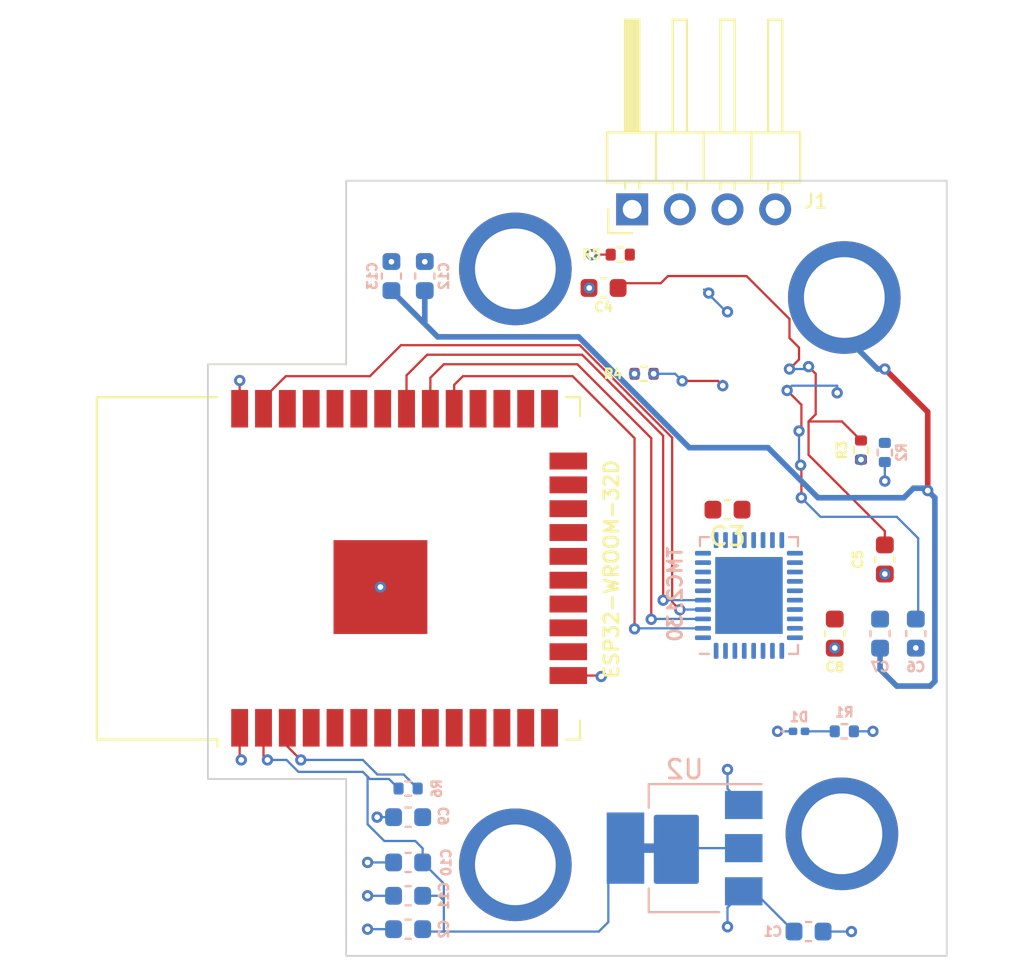
<source format=kicad_pcb>
(kicad_pcb (version 20211014) (generator pcbnew)
  (layers (0 "F.Cu" signal) (1 "In1.Cu" signal) (2 "In2.Cu" signal) (31 "B.Cu" signal) (34 "B.Paste" user) (35 "F.Paste" user) (36 "B.SilkS" user "B.Silkscreen") (37 "F.SilkS" user "F.Silkscreen") (38 "B.Mask" user) (39 "F.Mask" user) (44 "Edge.Cuts" user))
  (net 0 "")
  (net 1 "5V0")
  (net 2 "GNDREF")
  (net 3 "3V3")
  (net 4 "Net-(D1-Pad2)")
  (net 5 "EN")
  (net 6 "SENSOR_VP")
  (net 7 "SENSOR_VN")
  (net 8 "IO34")
  (net 9 "IO35")
  (net 10 "IO32")
  (net 11 "IO33")
  (net 12 "IO25")
  (net 13 "IO26")
  (net 14 "IO27")
  (net 15 "IO14")
  (net 16 "IO12")
  (net 17 "IO13")
  (net 18 "SCK")
  (net 19 "IO15")
  (net 20 "IO2")
  (net 21 "SD0")
  (net 23 "IO21")
  (net 24 "RXD0")
  (net 25 "TXD0")
  (net 26 "IO22")
  (net 28 "SHD{slash}SD2")
  (net 29 "SWP{slash}SD3")
  (net 30 "SCS{slash}CMD")
  (net 31 "SCK{slash}CLK")
  (net 32 "SDO{slash}SD0")
  (net 33 "SDI{slash}SD1")
  (net 34 "DIR")
  (net 35 "STEP")
  (net 36 "TMC_EN")
  (net 37 "CS")
  (net 38 "MISO")
  (net 39 "MOSI")
  (net 40 "SPI_MODE")
  (net 41 "DC0")
  (net 42 "DCEN_CFG4")
  (net 43 "DCIN_CFG5")
  (net 44 "DIAG0")
  (net 45 "DIAG1")
  (net 46 "Net-(C3-Pad1)")
  (net 47 "Net-(C3-Pad2)")
  (net 48 "Net-(C4-Pad2)")
  (net 49 "Net-(C7-Pad2)")
  (net 50 "Net-(C8-Pad2)")
  (net 51 "Net-(J1-Pad1)")
  (net 52 "Net-(J1-Pad2)")
  (net 53 "Net-(J1-Pad3)")
  (net 54 "Net-(J1-Pad4)")
  (net 55 "Net-(R2-Pad2)")
  (net 56 "Net-(R4-Pad2)")
  (net 57 "Net-(R5-Pad1)")
  (net 59 "VM")
  (footprint "MountingHole:MountingHole_4.3mm_M4" (layer "F.Cu") (at 26.543 6.223)
    (fp_text reference " " (at 0 -5.3) (layer "F.SilkS"))
    (fp_text value " ")
    (pad "" thru_hole circle locked (at 0 0) (size 6 6) (drill 4.3) (layers *.Cu *.Mask) (net 59 "VM"))
  )
  (footprint "MountingHole:MountingHole_4.3mm_M4" (layer "F.Cu") (at 26.416 34.798)
    (fp_text reference " " (at -1.651 -5.3) (layer "B.SilkS") (effects (justify mirror)))
    (fp_text value " ")
    (pad "" thru_hole circle locked (at 0 0) (size 6 6) (drill 4.3) (layers *.Cu *.Mask) (net 2 "GNDREF"))
  )
  (footprint "Resistor_SMD:R_0402_1005Metric" (layer "F.Cu") (at 15.875 10.287)
    (fp_text reference "R4" (at -1.651 0) (layer "F.SilkS") (effects (font (size 0.5 0.5) (thickness 0.125))))
    (fp_text value "0R11")
    (fp_line (start -0.153641 0.38) (end 0.153641 0.38) (layer "F.SilkS") (width 0.12))
    (fp_line (start -0.153641 -0.38) (end 0.153641 -0.38) (layer "F.SilkS") (width 0.12))
    (pad "1" smd roundrect locked (at -0.51 0) (size 0.54 0.64) (layers "F.Cu" "F.Paste" "F.Mask") (net 2 "GNDREF"))
    (pad "2" smd roundrect locked (at 0.51 0) (size 0.54 0.64) (layers "F.Cu" "F.Paste" "F.Mask") (net 56 "Net-(R4-Pad2)"))
  )
  (footprint "MountingHole:MountingHole_4.3mm_M4" (layer "F.Cu") (at 9.017 4.699)
    (fp_text reference " " (at 0 -5.3) (layer "F.SilkS"))
    (fp_text value " ")
    (pad "" thru_hole circle locked (at 0 0) (size 6 6) (drill 4.3) (layers *.Cu *.Mask) (net 59 "VM"))
  )
  (footprint "Connector_PinHeader_2.54mm:PinHeader_1x04_P2.54mm_Horizontal" (layer "F.Cu") (at 15.24 1.524 90)
    (fp_text reference "J1" (at 0.438 9.779 180) (layer "F.SilkS") (effects (font (size 0.75 0.75) (thickness 0.125))))
    (fp_text value "Conn_01x04_Male")
    (fp_line (start -1.27 -1.27) (end 0 -1.27) (layer "F.SilkS") (width 0.12))
    (fp_line (start 1.44 6.35) (end 4.1 6.35) (layer "F.SilkS") (width 0.12))
    (fp_line (start 1.042929 2.16) (end 1.44 2.16) (layer "F.SilkS") (width 0.12))
    (fp_line (start -1.27 0) (end -1.27 -1.27) (layer "F.SilkS") (width 0.12))
    (fp_line (start 4.1 2.16) (end 10.1 2.16) (layer "F.SilkS") (width 0.12))
    (fp_line (start 1.44 -1.33) (end 1.44 8.95) (layer "F.SilkS") (width 0.12))
    (fp_line (start 10.1 5.46) (end 4.1 5.46) (layer "F.SilkS") (width 0.12))
    (fp_line (start 4.1 0.28) (end 10.1 0.28) (layer "F.SilkS") (width 0.12))
    (fp_line (start 1.042929 2.92) (end 1.44 2.92) (layer "F.SilkS") (width 0.12))
    (fp_line (start 1.042929 8) (end 1.44 8) (layer "F.SilkS") (width 0.12))
    (fp_line (start 4.1 7.24) (end 10.1 7.24) (layer "F.SilkS") (width 0.12))
    (fp_line (start 4.1 -0.2) (end 10.1 -0.2) (layer "F.SilkS") (width 0.12))
    (fp_line (start 4.1 -0.32) (end 10.1 -0.32) (layer "F.SilkS") (width 0.12))
    (fp_line (start 10.1 7.24) (end 10.1 8) (layer "F.SilkS") (width 0.12))
    (fp_line (start 1.44 3.81) (end 4.1 3.81) (layer "F.SilkS") (width 0.12))
    (fp_line (start 4.1 0.16) (end 10.1 0.16) (layer "F.SilkS") (width 0.12))
    (fp_line (start 10.1 4.7) (end 10.1 5.46) (layer "F.SilkS") (width 0.12))
    (fp_line (start 10.1 2.92) (end 4.1 2.92) (layer "F.SilkS") (width 0.12))
    (fp_line (start 4.1 -0.38) (end 10.1 -0.38) (layer "F.SilkS") (width 0.12))
    (fp_line (start 4.1 4.7) (end 10.1 4.7) (layer "F.SilkS") (width 0.12))
    (fp_line (start 1.042929 5.46) (end 1.44 5.46) (layer "F.SilkS") (width 0.12))
    (fp_line (start 4.1 8.95) (end 4.1 -1.33) (layer "F.SilkS") (width 0.12))
    (fp_line (start 1.44 8.95) (end 4.1 8.95) (layer "F.SilkS") (width 0.12))
    (fp_line (start 1.44 1.27) (end 4.1 1.27) (layer "F.SilkS") (width 0.12))
    (fp_line (start 1.11 0.38) (end 1.44 0.38) (layer "F.SilkS") (width 0.12))
    (fp_line (start 1.042929 4.7) (end 1.44 4.7) (layer "F.SilkS") (width 0.12))
    (fp_line (start 1.11 -0.38) (end 1.44 -0.38) (layer "F.SilkS") (width 0.12))
    (fp_line (start 10.1 2.16) (end 10.1 2.92) (layer "F.SilkS") (width 0.12))
    (fp_line (start 10.1 0.38) (end 4.1 0.38) (layer "F.SilkS") (width 0.12))
    (fp_line (start 10.1 -0.38) (end 10.1 0.38) (layer "F.SilkS") (width 0.12))
    (fp_line (start 4.1 -1.33) (end 1.44 -1.33) (layer "F.SilkS") (width 0.12))
    (fp_line (start 1.042929 7.24) (end 1.44 7.24) (layer "F.SilkS") (width 0.12))
    (fp_line (start 4.1 -0.08) (end 10.1 -0.08) (layer "F.SilkS") (width 0.12))
    (fp_line (start 4.1 0.04) (end 10.1 0.04) (layer "F.SilkS") (width 0.12))
    (fp_line (start 10.1 8) (end 4.1 8) (layer "F.SilkS") (width 0.12))
    (pad "1" thru_hole rect locked (at 0 0 90) (size 1.7 1.7) (drill 1) (layers *.Cu *.Mask) (net 51 "Net-(J1-Pad1)"))
    (pad "2" thru_hole oval locked (at 0 2.54 90) (size 1.7 1.7) (drill 1) (layers *.Cu *.Mask) (net 52 "Net-(J1-Pad2)"))
    (pad "3" thru_hole oval locked (at 0 5.08 90) (size 1.7 1.7) (drill 1) (layers *.Cu *.Mask) (net 53 "Net-(J1-Pad3)"))
    (pad "4" thru_hole oval locked (at 0 7.62 90) (size 1.7 1.7) (drill 1) (layers *.Cu *.Mask) (net 54 "Net-(J1-Pad4)"))
  )
  (footprint "MotorBracket:MotorBracker" (layer "F.Cu") (at 0.954955 -0.163712)
    (fp_text reference "  " (at 20.127045 20.991712 unlocked) (layer "F.SilkS"))
    (fp_text value "MotorBracker")
  )
  (footprint "MountingHole:MountingHole_4.3mm_M4" (layer "F.Cu") (at 9.017 36.449)
    (fp_text reference " " (at 0 -5.3) (layer "F.SilkS"))
    (fp_text value " ")
    (pad "" thru_hole circle locked (at 0 0) (size 6 6) (drill 4.3) (layers *.Cu *.Mask) (net 2 "GNDREF"))
  )
  (footprint "Capacitor_SMD:C_0603_1608Metric" (layer "F.Cu") (at 28.702 20.18 90)
    (fp_text reference "C5" (at 0 -1.43 90) (layer "F.SilkS") (effects (font (size 0.5 0.5) (thickness 0.125))))
    (fp_text value "C470nF")
    (fp_line (start -0.14058 0.51) (end 0.14058 0.51) (layer "F.SilkS") (width 0.12))
    (fp_line (start -0.14058 -0.51) (end 0.14058 -0.51) (layer "F.SilkS") (width 0.12))
    (pad "1" smd roundrect locked (at -0.775 0 90) (size 0.9 0.95) (layers "F.Cu" "F.Paste" "F.Mask") (net 2 "GNDREF"))
    (pad "2" smd roundrect locked (at 0.775 0 90) (size 0.9 0.95) (layers "F.Cu" "F.Paste" "F.Mask") (net 48 "Net-(C4-Pad2)"))
  )
  (footprint "Capacitor_SMD:C_0603_1608Metric" (layer "F.Cu") (at 20.32 17.526 180)
    (fp_text reference "C3" (at 0 -1.43) (layer "F.SilkS"))
    (fp_text value "C22nF50V")
    (fp_line (start -0.14058 0.51) (end 0.14058 0.51) (layer "F.SilkS") (width 0.12))
    (fp_line (start -0.14058 -0.51) (end 0.14058 -0.51) (layer "F.SilkS") (width 0.12))
    (pad "1" smd roundrect locked (at -0.775 0 180) (size 0.9 0.95) (layers "F.Cu" "F.Paste" "F.Mask") (net 46 "Net-(C3-Pad1)"))
    (pad "2" smd roundrect locked (at 0.775 0 180) (size 0.9 0.95) (layers "F.Cu" "F.Paste" "F.Mask") (net 47 "Net-(C3-Pad2)"))
  )
  (footprint "RF_Module:ESP32-WROOM-32" (layer "F.Cu") (at 2.583 20.65 90)
    (fp_text reference "ESP32-WROOM-32D" (at -0.051 11.557 90) (layer "F.SilkS") (effects (font (size 0.75 0.75))))
    (fp_text value "ESP32-WROOM-32D")
    (fp_line (start -9.12 -15.865) (end 9.12 -15.865) (layer "F.SilkS") (width 0.12))
    (fp_line (start 9.12 -15.865) (end 9.12 -9.445) (layer "F.SilkS") (width 0.12))
    (fp_line (start 9.12 9.1) (end 9.12 9.88) (layer "F.SilkS") (width 0.12))
    (fp_line (start 9.12 9.88) (end 8.12 9.88) (layer "F.SilkS") (width 0.12))
    (fp_line (start -9.12 9.88) (end -8.12 9.88) (layer "F.SilkS") (width 0.12))
    (fp_line (start -9.12 -9.445) (end -9.5 -9.445) (layer "F.SilkS") (width 0.12))
    (fp_line (start -9.12 -15.865) (end -9.12 -9.445) (layer "F.SilkS") (width 0.12))
    (fp_line (start -9.12 9.1) (end -9.12 9.88) (layer "F.SilkS") (width 0.12))
    (pad "1" smd rect locked (at -8.5 -8.255 90) (size 2 0.9) (layers "F.Cu" "F.Paste" "F.Mask") (net 2 "GNDREF"))
    (pad "2" smd rect locked (at -8.5 -6.985 90) (size 2 0.9) (layers "F.Cu" "F.Paste" "F.Mask") (net 3 "3V3"))
    (pad "3" smd rect locked (at -8.5 -5.715 90) (size 2 0.9) (layers "F.Cu" "F.Paste" "F.Mask") (net 5 "EN"))
    (pad "4" smd rect locked (at -8.5 -4.445 90) (size 2 0.9) (layers "F.Cu" "F.Paste" "F.Mask") (net 6 "SENSOR_VP"))
    (pad "5" smd rect locked (at -8.5 -3.175 90) (size 2 0.9) (layers "F.Cu" "F.Paste" "F.Mask") (net 7 "SENSOR_VN"))
    (pad "6" smd rect locked (at -8.5 -1.905 90) (size 2 0.9) (layers "F.Cu" "F.Paste" "F.Mask") (net 8 "IO34"))
    (pad "7" smd rect locked (at -8.5 -0.635 90) (size 2 0.9) (layers "F.Cu" "F.Paste" "F.Mask") (net 9 "IO35"))
    (pad "8" smd rect locked (at -8.5 0.635 90) (size 2 0.9) (layers "F.Cu" "F.Paste" "F.Mask") (net 10 "IO32"))
    (pad "9" smd rect locked (at -8.5 1.905 90) (size 2 0.9) (layers "F.Cu" "F.Paste" "F.Mask") (net 11 "IO33"))
    (pad "10" smd rect locked (at -8.5 3.175 90) (size 2 0.9) (layers "F.Cu" "F.Paste" "F.Mask") (net 12 "IO25"))
    (pad "11" smd rect locked (at -8.5 4.445 90) (size 2 0.9) (layers "F.Cu" "F.Paste" "F.Mask") (net 13 "IO26"))
    (pad "12" smd rect locked (at -8.5 5.715 90) (size 2 0.9) (layers "F.Cu" "F.Paste" "F.Mask") (net 14 "IO27"))
    (pad "13" smd rect locked (at -8.5 6.985 90) (size 2 0.9) (layers "F.Cu" "F.Paste" "F.Mask") (net 15 "IO14"))
    (pad "14" smd rect locked (at -8.5 8.255 90) (size 2 0.9) (layers "F.Cu" "F.Paste" "F.Mask") (net 16 "IO12"))
    (pad "15" smd rect locked (at -5.715 9.255 180) (size 2 0.9) (layers "F.Cu" "F.Paste" "F.Mask") (net 2 "GNDREF"))
    (pad "16" smd rect locked (at -4.445 9.255 180) (size 2 0.9) (layers "F.Cu" "F.Paste" "F.Mask") (net 17 "IO13"))
    (pad "17" smd rect locked (at -3.175 9.255 180) (size 2 0.9) (layers "F.Cu" "F.Paste" "F.Mask") (net 28 "SHD{slash}SD2"))
    (pad "18" smd rect locked (at -1.905 9.255 180) (size 2 0.9) (layers "F.Cu" "F.Paste" "F.Mask") (net 29 "SWP{slash}SD3"))
    (pad "19" smd rect locked (at -0.635 9.255 180) (size 2 0.9) (layers "F.Cu" "F.Paste" "F.Mask") (net 30 "SCS{slash}CMD"))
    (pad "20" smd rect locked (at 0.635 9.255 180) (size 2 0.9) (layers "F.Cu" "F.Paste" "F.Mask") (net 31 "SCK{slash}CLK"))
    (pad "21" smd rect locked (at 1.905 9.255 180) (size 2 0.9) (layers "F.Cu" "F.Paste" "F.Mask") (net 32 "SDO{slash}SD0"))
    (pad "22" smd rect locked (at 3.175 9.255 180) (size 2 0.9) (layers "F.Cu" "F.Paste" "F.Mask") (net 33 "SDI{slash}SD1"))
    (pad "23" smd rect locked (at 4.445 9.255 180) (size 2 0.9) (layers "F.Cu" "F.Paste" "F.Mask") (net 19 "IO15"))
    (pad "24" smd rect locked (at 5.715 9.255 180) (size 2 0.9) (layers "F.Cu" "F.Paste" "F.Mask") (net 20 "IO2"))
    (pad "25" smd rect locked (at 8.5 8.255 90) (size 2 0.9) (layers "F.Cu" "F.Paste" "F.Mask") (net 21 "SD0"))
    (pad "26" smd rect locked (at 8.5 6.985 90) (size 2 0.9) (layers "F.Cu" "F.Paste" "F.Mask") (net 34 "DIR"))
    (pad "27" smd rect locked (at 8.5 5.715 90) (size 2 0.9) (layers "F.Cu" "F.Paste" "F.Mask") (net 35 "STEP"))
    (pad "28" smd rect locked (at 8.5 4.445 90) (size 2 0.9) (layers "F.Cu" "F.Paste" "F.Mask") (net 36 "TMC_EN"))
    (pad "29" smd rect locked (at 8.5 3.175 90) (size 2 0.9) (layers "F.Cu" "F.Paste" "F.Mask") (net 37 "CS"))
    (pad "30" smd rect locked (at 8.5 1.905 90) (size 2 0.9) (layers "F.Cu" "F.Paste" "F.Mask") (net 18 "SCK"))
    (pad "31" smd rect locked (at 8.5 0.635 90) (size 2 0.9) (layers "F.Cu" "F.Paste" "F.Mask") (net 38 "MISO"))
    (pad "32" smd rect locked (at 8.5 -0.635 90) (size 2 0.9) (layers "F.Cu" "F.Paste" "F.Mask"))
    (pad "33" smd rect locked (at 8.5 -1.905 90) (size 2 0.9) (layers "F.Cu" "F.Paste" "F.Mask") (net 23 "IO21"))
    (pad "34" smd rect locked (at 8.5 -3.175 90) (size 2 0.9) (layers "F.Cu" "F.Paste" "F.Mask") (net 24 "RXD0"))
    (pad "35" smd rect locked (at 8.5 -4.445 90) (size 2 0.9) (layers "F.Cu" "F.Paste" "F.Mask") (net 25 "TXD0"))
    (pad "36" smd rect locked (at 8.5 -5.715 90) (size 2 0.9) (layers "F.Cu" "F.Paste" "F.Mask") (net 26 "IO22"))
    (pad "37" smd rect locked (at 8.5 -6.985 90) (size 2 0.9) (layers "F.Cu" "F.Paste" "F.Mask") (net 39 "MOSI"))
    (pad "38" smd rect locked (at 8.5 -8.255 90) (size 2 0.9) (layers "F.Cu" "F.Paste" "F.Mask") (net 2 "GNDREF"))
    (pad "39" smd rect locked (at -1 -0.755 90) (size 5 5) (layers "F.Cu" "F.Paste" "F.Mask") (net 2 "GNDREF"))
  )
  (footprint "Resistor_SMD:R_0402_1005Metric" (layer "F.Cu") (at 14.605 3.937 180)
    (fp_text reference "R5" (at 1.524 0 180) (layer "F.SilkS") (effects (font (size 0.5 0.5) (thickness 0.125))))
    (fp_text value "0R11")
    (fp_line (start -0.153641 -0.38) (end 0.153641 -0.38) (layer "F.SilkS") (width 0.12))
    (fp_line (start -0.153641 0.38) (end 0.153641 0.38) (layer "F.SilkS") (width 0.12))
    (pad "1" smd roundrect locked (at -0.51 0 180) (size 0.54 0.64) (layers "F.Cu" "F.Paste" "F.Mask") (net 57 "Net-(R5-Pad1)"))
    (pad "2" smd roundrect locked (at 0.51 0 180) (size 0.54 0.64) (layers "F.Cu" "F.Paste" "F.Mask") (net 2 "GNDREF"))
  )
  (footprint "Capacitor_SMD:C_0603_1608Metric" (layer "F.Cu") (at 26.035 24.13 90)
    (fp_text reference "C8" (at -1.778 0 180) (layer "F.SilkS") (effects (font (size 0.5 0.5) (thickness 0.125))))
    (fp_text value "C100nF")
    (fp_line (start -0.14058 -0.51) (end 0.14058 -0.51) (layer "F.SilkS") (width 0.12))
    (fp_line (start -0.14058 0.51) (end 0.14058 0.51) (layer "F.SilkS") (width 0.12))
    (pad "1" smd roundrect locked (at -0.775 0 90) (size 0.9 0.95) (layers "F.Cu" "F.Paste" "F.Mask") (net 2 "GNDREF"))
    (pad "2" smd roundrect locked (at 0.775 0 90) (size 0.9 0.95) (layers "F.Cu" "F.Paste" "F.Mask") (net 50 "Net-(C8-Pad2)"))
  )
  (footprint "Capacitor_SMD:C_0603_1608Metric" (layer "F.Cu") (at 13.716 5.715)
    (fp_text reference "C4" (at 0 1.016) (layer "F.SilkS") (effects (font (size 0.5 0.5) (thickness 0.125))))
    (fp_text value "C100nF")
    (fp_line (start -0.14058 -0.51) (end 0.14058 -0.51) (layer "F.SilkS") (width 0.12))
    (fp_line (start -0.14058 0.51) (end 0.14058 0.51) (layer "F.SilkS") (width 0.12))
    (pad "1" smd roundrect locked (at -0.775 0) (size 0.9 0.95) (layers "F.Cu" "F.Paste" "F.Mask") (net 2 "GNDREF"))
    (pad "2" smd roundrect locked (at 0.775 0) (size 0.9 0.95) (layers "F.Cu" "F.Paste" "F.Mask") (net 48 "Net-(C4-Pad2)"))
  )
  (footprint "Resistor_SMD:R_0402_1005Metric" (layer "F.Cu") (at 27.432 14.351 -90)
    (fp_text reference "R3" (at 0 1.016 90) (layer "F.SilkS") (effects (font (size 0.5 0.5) (thickness 0.125))))
    (fp_text value "2R2")
    (fp_line (start -0.153641 0.38) (end 0.153641 0.38) (layer "F.SilkS") (width 0.12))
    (fp_line (start -0.153641 -0.38) (end 0.153641 -0.38) (layer "F.SilkS") (width 0.12))
    (pad "1" smd roundrect locked (at -0.51 0 270) (size 0.54 0.64) (layers "F.Cu" "F.Paste" "F.Mask") (net 48 "Net-(C4-Pad2)"))
    (pad "2" smd roundrect locked (at 0.51 0 270) (size 0.54 0.64) (layers "F.Cu" "F.Paste" "F.Mask") (net 1 "5V0"))
  )
  (footprint "Resistor_SMD:R_0402_1005Metric" (layer "B.Cu") (at 26.543 29.337 180)
    (fp_text reference "R1" (at 0 1.016) (layer "B.SilkS") (effects (font (size 0.5 0.5) (thickness 0.125)) (justify mirror)))
    (fp_text value "R2k")
    (fp_line (start -0.153641 -0.38) (end 0.153641 -0.38) (layer "B.SilkS") (width 0.12))
    (fp_line (start -0.153641 0.38) (end 0.153641 0.38) (layer "B.SilkS") (width 0.12))
    (pad "1" smd roundrect locked (at -0.51 0 180) (size 0.54 0.64) (layers "B.Cu" "B.Paste" "B.Mask") (net 1 "5V0"))
    (pad "2" smd roundrect locked (at 0.51 0 180) (size 0.54 0.64) (layers "B.Cu" "B.Paste" "B.Mask") (net 4 "Net-(D1-Pad2)"))
  )
  (footprint "Resistor_SMD:R_0402_1005Metric" (layer "B.Cu") (at 3.302 32.385)
    (fp_text reference "R6" (at 1.524 0 90) (layer "B.SilkS") (effects (font (size 0.5 0.5) (thickness 0.125)) (justify mirror)))
    (fp_text value "R10k")
    (fp_line (start -0.153641 0.38) (end 0.153641 0.38) (layer "B.SilkS") (width 0.12))
    (fp_line (start -0.153641 -0.38) (end 0.153641 -0.38) (layer "B.SilkS") (width 0.12))
    (pad "1" smd roundrect locked (at -0.51 0) (size 0.54 0.64) (layers "B.Cu" "B.Paste" "B.Mask") (net 3 "3V3"))
    (pad "2" smd roundrect locked (at 0.51 0) (size 0.54 0.64) (layers "B.Cu" "B.Paste" "B.Mask") (net 5 "EN"))
  )
  (footprint "Capacitor_SMD:C_0603_1608Metric" (layer "B.Cu") (at 3.302 33.909 180)
    (fp_text reference "C9" (at -1.905 0.06 90) (layer "B.SilkS") (effects (font (size 0.5 0.5) (thickness 0.125)) (justify mirror)))
    (fp_text value "C0u150V")
    (fp_line (start -0.14058 0.51) (end 0.14058 0.51) (layer "B.SilkS") (width 0.12))
    (fp_line (start -0.14058 -0.51) (end 0.14058 -0.51) (layer "B.SilkS") (width 0.12))
    (pad "1" smd roundrect locked (at -0.775 0 180) (size 0.9 0.95) (layers "B.Cu" "B.Paste" "B.Mask") (net 5 "EN"))
    (pad "2" smd roundrect locked (at 0.775 0 180) (size 0.9 0.95) (layers "B.Cu" "B.Paste" "B.Mask") (net 2 "GNDREF"))
  )
  (footprint "Capacitor_SMD:C_0603_1608Metric" (layer "B.Cu") (at 4.191 5.08 90)
    (fp_text reference "C12" (at 0 1.016 90) (layer "B.SilkS") (effects (font (size 0.5 0.5) (thickness 0.125)) (justify mirror)))
    (fp_text value "C100nF")
    (fp_line (start -0.14058 -0.51) (end 0.14058 -0.51) (layer "B.SilkS") (width 0.12))
    (fp_line (start -0.14058 0.51) (end 0.14058 0.51) (layer "B.SilkS") (width 0.12))
    (pad "1" smd roundrect locked (at -0.775 0 90) (size 0.9 0.95) (layers "B.Cu" "B.Paste" "B.Mask") (net 59 "VM"))
    (pad "2" smd roundrect locked (at 0.775 0 90) (size 0.9 0.95) (layers "B.Cu" "B.Paste" "B.Mask") (net 2 "GNDREF"))
  )
  (footprint "Capacitor_SMD:C_0603_1608Metric" (layer "B.Cu") (at 3.302 39.878 180)
    (fp_text reference "C2" (at -1.905 0 90) (layer "B.SilkS") (effects (font (size 0.5 0.5) (thickness 0.125)) (justify mirror)))
    (fp_text value "C22uF10V")
    (fp_line (start -0.14058 0.51) (end 0.14058 0.51) (layer "B.SilkS") (width 0.12))
    (fp_line (start -0.14058 -0.51) (end 0.14058 -0.51) (layer "B.SilkS") (width 0.12))
    (pad "1" smd roundrect locked (at -0.775 0 180) (size 0.9 0.95) (layers "B.Cu" "B.Paste" "B.Mask") (net 3 "3V3"))
    (pad "2" smd roundrect locked (at 0.775 0 180) (size 0.9 0.95) (layers "B.Cu" "B.Paste" "B.Mask") (net 2 "GNDREF"))
  )
  (footprint "Capacitor_SMD:C_0603_1608Metric" (layer "B.Cu") (at 28.448 24.13 90)
    (fp_text reference "C7" (at -1.778 0) (layer "B.SilkS") (effects (font (size 0.5 0.5) (thickness 0.125)) (justify mirror)))
    (fp_text value "C100nF")
    (fp_line (start -0.14058 -0.51) (end 0.14058 -0.51) (layer "B.SilkS") (width 0.12))
    (fp_line (start -0.14058 0.51) (end 0.14058 0.51) (layer "B.SilkS") (width 0.12))
    (pad "1" smd roundrect locked (at -0.775 0 90) (size 0.9 0.95) (layers "B.Cu" "B.Paste" "B.Mask") (net 59 "VM"))
    (pad "2" smd roundrect locked (at 0.775 0 90) (size 0.9 0.95) (layers "B.Cu" "B.Paste" "B.Mask") (net 49 "Net-(C7-Pad2)"))
  )
  (footprint "Capacitor_SMD:C_0603_1608Metric" (layer "B.Cu") (at 3.302 36.322 180)
    (fp_text reference "C10" (at -2.032 0 90) (layer "B.SilkS") (effects (font (size 0.5 0.5) (thickness 0.125)) (justify mirror)))
    (fp_text value "C22uF10V")
    (fp_line (start -0.14058 0.51) (end 0.14058 0.51) (layer "B.SilkS") (width 0.12))
    (fp_line (start -0.14058 -0.51) (end 0.14058 -0.51) (layer "B.SilkS") (width 0.12))
    (pad "1" smd roundrect locked (at -0.775 0 180) (size 0.9 0.95) (layers "B.Cu" "B.Paste" "B.Mask") (net 3 "3V3"))
    (pad "2" smd roundrect locked (at 0.775 0 180) (size 0.9 0.95) (layers "B.Cu" "B.Paste" "B.Mask") (net 2 "GNDREF"))
  )
  (footprint "Package_TO_SOT_SMD:SOT-223-3_TabPin2" (layer "B.Cu") (at 18.034 35.56 180)
    (fp_text reference "U2" (at 0 4.191) (layer "B.SilkS") (effects (justify mirror)))
    (fp_text value "AMS1117-3.3")
    (fp_line (start 1.91 3.41) (end 1.91 2.15) (layer "B.SilkS") (width 0.12))
    (fp_line (start -1.85 -3.41) (end 1.91 -3.41) (layer "B.SilkS") (width 0.12))
    (fp_line (start -4.1 3.41) (end 1.91 3.41) (layer "B.SilkS") (width 0.12))
    (fp_line (start 1.91 -3.41) (end 1.91 -2.15) (layer "B.SilkS") (width 0.12))
    (pad "1" smd rect locked (at -3.15 2.3 180) (size 2 1.5) (layers "B.Cu" "B.Paste" "B.Mask") (net 2 "GNDREF"))
    (pad "2" smd rect locked (at 3.15 0 180) (size 2 3.8) (layers "B.Cu" "B.Paste" "B.Mask") (net 3 "3V3"))
    (pad "2" smd rect locked (at -3.15 0 180) (size 2 1.5) (layers "B.Cu" "B.Paste" "B.Mask") (net 3 "3V3"))
    (pad "3" smd rect locked (at -3.15 -2.3 180) (size 2 1.5) (layers "B.Cu" "B.Paste" "B.Mask") (net 1 "5V0"))
  )
  (footprint "Capacitor_SMD:C_0603_1608Metric" (layer "B.Cu") (at 3.302 38.1 180)
    (fp_text reference "C11" (at -1.905 0 270) (layer "B.SilkS") (effects (font (size 0.5 0.5) (thickness 0.125)) (justify mirror)))
    (fp_text value "C0u150V")
    (fp_line (start -0.14058 0.51) (end 0.14058 0.51) (layer "B.SilkS") (width 0.12))
    (fp_line (start -0.14058 -0.51) (end 0.14058 -0.51) (layer "B.SilkS") (width 0.12))
    (pad "1" smd roundrect locked (at -0.775 0 180) (size 0.9 0.95) (layers "B.Cu" "B.Paste" "B.Mask") (net 3 "3V3"))
    (pad "2" smd roundrect locked (at 0.775 0 180) (size 0.9 0.95) (layers "B.Cu" "B.Paste" "B.Mask") (net 2 "GNDREF"))
  )
  (footprint "Capacitor_SMD:C_0603_1608Metric" (layer "B.Cu") (at 2.413 5.08 -90)
    (fp_text reference "C13" (at 0 1.016 90) (layer "B.SilkS") (effects (font (size 0.5 0.5) (thickness 0.125)) (justify mirror)))
    (fp_text value "C1uF")
    (fp_line (start -0.14058 -0.51) (end 0.14058 -0.51) (layer "B.SilkS") (width 0.12))
    (fp_line (start -0.14058 0.51) (end 0.14058 0.51) (layer "B.SilkS") (width 0.12))
    (pad "1" smd roundrect locked (at -0.775 0 270) (size 0.9 0.95) (layers "B.Cu" "B.Paste" "B.Mask") (net 2 "GNDREF"))
    (pad "2" smd roundrect locked (at 0.775 0 270) (size 0.9 0.95) (layers "B.Cu" "B.Paste" "B.Mask") (net 59 "VM"))
  )
  (footprint "Resistor_SMD:R_0402_1005Metric" (layer "B.Cu") (at 28.702 14.478 90)
    (fp_text reference "R2" (at 0 0.889 90) (layer "B.SilkS") (effects (font (size 0.5 0.5) (thickness 0.125)) (justify mirror)))
    (fp_text value "R6k8")
    (fp_line (start -0.153641 0.38) (end 0.153641 0.38) (layer "B.SilkS") (width 0.12))
    (fp_line (start -0.153641 -0.38) (end 0.153641 -0.38) (layer "B.SilkS") (width 0.12))
    (pad "1" smd roundrect locked (at -0.51 0 90) (size 0.54 0.64) (layers "B.Cu" "B.Paste" "B.Mask") (net 1 "5V0"))
    (pad "2" smd roundrect locked (at 0.51 0 90) (size 0.54 0.64) (layers "B.Cu" "B.Paste" "B.Mask") (net 55 "Net-(R2-Pad2)"))
  )
  (footprint "Package_DFN_QFN:QFN-36-1EP_5x6mm_P0.5mm_EP3.6x4.1mm" (layer "B.Cu") (at 21.463 22.098)
    (fp_text reference "TMC2130" (at -3.937 -0.063391 90) (layer "B.SilkS") (effects (font (size 0.75 0.75)) (justify mirror)))
    (fp_text value "TMC2130-TA")
    (fp_line (start 2.61 -3.11) (end 2.61 -2.635) (layer "B.SilkS") (width 0.12))
    (fp_line (start 2.135 3.11) (end 2.61 3.11) (layer "B.SilkS") (width 0.12))
    (fp_line (start -2.135 -3.11) (end -2.61 -3.11) (layer "B.SilkS") (width 0.12))
    (fp_line (start 2.135 -3.11) (end 2.61 -3.11) (layer "B.SilkS") (width 0.12))
    (fp_line (start 2.61 3.11) (end 2.61 2.635) (layer "B.SilkS") (width 0.12))
    (fp_line (start -2.61 -3.11) (end -2.61 -2.635) (layer "B.SilkS") (width 0.12))
    (fp_line (start -2.135 3.11) (end -2.61 3.11) (layer "B.SilkS") (width 0.12))
    (pad "1" smd roundrect locked (at -2.45 2.25) (size 0.85 0.25) (layers "B.Cu" "B.Paste" "B.Mask") (net 2 "GNDREF"))
    (pad "2" smd roundrect locked (at -2.45 1.75) (size 0.85 0.25) (layers "B.Cu" "B.Paste" "B.Mask") (net 37 "CS"))
    (pad "3" smd roundrect locked (at -2.45 1.25) (size 0.85 0.25) (layers "B.Cu" "B.Paste" "B.Mask") (net 18 "SCK"))
    (pad "4" smd roundrect locked (at -2.45 0.75) (size 0.85 0.25) (layers "B.Cu" "B.Paste" "B.Mask") (net 39 "MOSI"))
    (pad "5" smd roundrect locked (at -2.45 0.25) (size 0.85 0.25) (layers "B.Cu" "B.Paste" "B.Mask") (net 38 "MISO"))
    (pad "6" smd roundrect locked (at -2.45 -0.25) (size 0.85 0.25) (layers "B.Cu" "B.Paste" "B.Mask") (net 35 "STEP"))
    (pad "7" smd roundrect locked (at -2.45 -0.75) (size 0.85 0.25) (layers "B.Cu" "B.Paste" "B.Mask") (net 34 "DIR"))
    (pad "8" smd roundrect locked (at -2.45 -1.25) (size 0.85 0.25) (layers "B.Cu" "B.Paste" "B.Mask") (net 48 "Net-(C4-Pad2)"))
    (pad "9" smd roundrect locked (at -2.45 -1.75) (size 0.85 0.25) (layers "B.Cu" "B.Paste" "B.Mask"))
    (pad "10" smd roundrect locked (at -2.45 -2.25) (size 0.85 0.25) (layers "B.Cu" "B.Paste" "B.Mask") (net 40 "SPI_MODE"))
    (pad "11" smd roundrect locked (at -1.75 -2.95) (size 0.25 0.85) (layers "B.Cu" "B.Paste" "B.Mask"))
    (pad "12" smd roundrect locked (at -1.25 -2.95) (size 0.25 0.85) (layers "B.Cu" "B.Paste" "B.Mask") (net 2 "GNDREF"))
    (pad "13" smd roundrect locked (at -0.75 -2.95) (size 0.25 0.85) (layers "B.Cu" "B.Paste" "B.Mask") (net 52 "Net-(J1-Pad2)"))
    (pad "14" smd roundrect locked (at -0.25 -2.95) (size 0.25 0.85) (layers "B.Cu" "B.Paste" "B.Mask") (net 57 "Net-(R5-Pad1)"))
    (pad "15" smd roundrect locked (at 0.25 -2.95) (size 0.25 0.85) (layers "B.Cu" "B.Paste" "B.Mask") (net 51 "Net-(J1-Pad1)"))
    (pad "16" smd roundrect locked (at 0.75 -2.95) (size 0.25 0.85) (layers "B.Cu" "B.Paste" "B.Mask") (net 59 "VM"))
    (pad "17" smd roundrect locked (at 1.25 -2.95) (size 0.25 0.85) (layers "B.Cu" "B.Paste" "B.Mask") (net 41 "DC0"))
    (pad "18" smd roundrect locked (at 1.75 -2.95) (size 0.25 0.85) (layers "B.Cu" "B.Paste" "B.Mask") (net 42 "DCEN_CFG4"))
    (pad "19" smd roundrect locked (at 2.45 -2.25) (size 0.85 0.25) (layers "B.Cu" "B.Paste" "B.Mask") (net 43 "DCIN_CFG5"))
    (pad "20" smd roundrect locked (at 2.45 -1.75) (size 0.85 0.25) (layers "B.Cu" "B.Paste" "B.Mask") (net 44 "DIAG0"))
    (pad "21" smd roundrect locked (at 2.45 -1.25) (size 0.85 0.25) (layers "B.Cu" "B.Paste" "B.Mask") (net 45 "DIAG1"))
    (pad "22" smd roundrect locked (at 2.45 -0.75) (size 0.85 0.25) (layers "B.Cu" "B.Paste" "B.Mask") (net 36 "TMC_EN"))
    (pad "23" smd roundrect locked (at 2.45 -0.25) (size 0.85 0.25) (layers "B.Cu" "B.Paste" "B.Mask") (net 55 "Net-(R2-Pad2)"))
    (pad "24" smd roundrect locked (at 2.45 0.25) (size 0.85 0.25) (layers "B.Cu" "B.Paste" "B.Mask") (net 2 "GNDREF"))
    (pad "25" smd roundrect locked (at 2.45 0.75) (size 0.85 0.25) (layers "B.Cu" "B.Paste" "B.Mask") (net 1 "5V0"))
    (pad "26" smd roundrect locked (at 2.45 1.25) (size 0.85 0.25) (layers "B.Cu" "B.Paste" "B.Mask") (net 48 "Net-(C4-Pad2)"))
    (pad "27" smd roundrect locked (at 2.45 1.75) (size 0.85 0.25) (layers "B.Cu" "B.Paste" "B.Mask") (net 47 "Net-(C3-Pad2)"))
    (pad "28" smd roundrect locked (at 2.45 2.25) (size 0.85 0.25) (layers "B.Cu" "B.Paste" "B.Mask") (net 46 "Net-(C3-Pad1)"))
    (pad "29" smd roundrect locked (at 1.75 2.95) (size 0.25 0.85) (layers "B.Cu" "B.Paste" "B.Mask") (net 49 "Net-(C7-Pad2)"))
    (pad "30" smd roundrect locked (at 1.25 2.95) (size 0.25 0.85) (layers "B.Cu" "B.Paste" "B.Mask") (net 50 "Net-(C8-Pad2)"))
    (pad "31" smd roundrect locked (at 0.75 2.95) (size 0.25 0.85) (layers "B.Cu" "B.Paste" "B.Mask") (net 50 "Net-(C8-Pad2)"))
    (pad "32" smd roundrect locked (at 0.25 2.95) (size 0.25 0.85) (layers "B.Cu" "B.Paste" "B.Mask") (net 53 "Net-(J1-Pad3)"))
    (pad "33" smd roundrect locked (at -0.25 2.95) (size 0.25 0.85) (layers "B.Cu" "B.Paste" "B.Mask") (net 56 "Net-(R4-Pad2)"))
    (pad "34" smd roundrect locked (at -0.75 2.95) (size 0.25 0.85) (layers "B.Cu" "B.Paste" "B.Mask") (net 54 "Net-(J1-Pad4)"))
    (pad "35" smd roundrect locked (at -1.25 2.95) (size 0.25 0.85) (layers "B.Cu" "B.Paste" "B.Mask") (net 2 "GNDREF"))
    (pad "36" smd roundrect locked (at -1.75 2.95) (size 0.25 0.85) (layers "B.Cu" "B.Paste" "B.Mask") (net 2 "GNDREF"))
    (pad "37" smd rect locked (at 0 0) (size 3.6 4.1) (layers "B.Cu" "B.Mask") (net 2 "GNDREF"))
  )
  (footprint "LED_SMD:LED_0201_0603Metric" (layer "B.Cu") (at 24.13 29.337)
    (fp_text reference "D1" (at 0 -0.762) (layer "B.SilkS") (effects (font (size 0.5 0.5) (thickness 0.125)) (justify mirror)))
    (fp_text value "LED")
    (fp_circle (center -0.86 0) (end -0.81 0) (layer "B.SilkS") (width 0.1) (fill none))
    (pad "1" smd roundrect locked (at -0.32 0) (size 0.46 0.4) (layers "B.Cu" "B.Mask") (net 2 "GNDREF"))
    (pad "2" smd roundrect locked (at 0.32 0) (size 0.46 0.4) (layers "B.Cu" "B.Mask") (net 4 "Net-(D1-Pad2)"))
  )
  (footprint "Capacitor_SMD:C_0603_1608Metric" (layer "B.Cu") (at 24.638 40.005)
    (fp_text reference "C1" (at -1.905 0) (layer "B.SilkS") (effects (font (size 0.5 0.5) (thickness 0.125)) (justify mirror)))
    (fp_text value "C22uF10V")
    (fp_line (start -0.14058 0.51) (end 0.14058 0.51) (layer "B.SilkS") (width 0.12))
    (fp_line (start -0.14058 -0.51) (end 0.14058 -0.51) (layer "B.SilkS") (width 0.12))
    (pad "1" smd roundrect locked (at -0.775 0) (size 0.9 0.95) (layers "B.Cu" "B.Paste" "B.Mask") (net 1 "5V0"))
    (pad "2" smd roundrect locked (at 0.775 0) (size 0.9 0.95) (layers "B.Cu" "B.Paste" "B.Mask") (net 2 "GNDREF"))
  )
  (footprint "Capacitor_SMD:C_0603_1608Metric" (layer "B.Cu") (at 30.353 24.13 90)
    (fp_text reference "C6" (at -1.778 0) (layer "B.SilkS") (effects (font (size 0.5 0.5) (thickness 0.125)) (justify mirror)))
    (fp_text value "C2u2")
    (fp_line (start -0.14058 -0.51) (end 0.14058 -0.51) (layer "B.SilkS") (width 0.12))
    (fp_line (start -0.14058 0.51) (end 0.14058 0.51) (layer "B.SilkS") (width 0.12))
    (pad "1" smd roundrect locked (at -0.775 0 90) (size 0.9 0.95) (layers "B.Cu" "B.Paste" "B.Mask") (net 2 "GNDREF"))
    (pad "2" smd roundrect locked (at 0.775 0 90) (size 0.9 0.95) (layers "B.Cu" "B.Paste" "B.Mask") (net 1 "5V0"))
  )
  (gr_poly (pts (xy 32 41.3) (xy 0 41.3) (xy 0 31.877) (xy -7.366 31.877) (xy -7.366 9.779) (xy 0 9.779) (xy 0 0) (xy 32 0)) (layer "Edge.Cuts") (width 0.1) (fill none))
  (segment (start 24.257 11.938) (end 23.495 11.176) (width 0.12) (layer "F.Cu") (net 1))
  (segment (start 24.257 11.938) (end 24.257 13.208) (width 0.12) (layer "F.Cu") (net 1))
  (segment (start 24.257 13.208) (end 24.13 13.335) (width 0.12) (layer "F.Cu") (net 1))
  (segment (start 27.432 14.861) (end 27.432 14.859) (width 0.12) (layer "F.Cu") (net 1))
  (segment (start 24.215198 15.154802) (end 24.257 15.196604) (width 0.12) (layer "F.Cu") (net 1))
  (segment (start 24.257 15.196604) (end 24.257 16.891) (width 0.12) (layer "F.Cu") (net 1))
  (via (at 24.13 13.335) (size 0.6) (drill 0.3) (layers "F.Cu" "B.Cu") (net 1))
  (via (at 28.702 16.002) (size 0.6) (drill 0.3) (layers "F.Cu" "B.Cu") (net 1))
  (via (at 26.162 11.303) (size 0.6) (drill 0.3) (layers "F.Cu" "B.Cu") (net 1))
  (via (at 24.257 16.891) (size 0.6) (drill 0.3) (layers "F.Cu" "B.Cu") (net 1))
  (via (at 24.215198 15.154802) (size 0.6) (drill 0.3) (layers "F.Cu" "B.Cu") (net 1))
  (via (at 20.32 39.751) (size 0.6) (drill 0.3) (layers "F.Cu" "B.Cu") (net 1))
  (via (at 27.432 14.859) (size 0.6) (drill 0.3) (layers "F.Cu" "B.Cu") (net 1))
  (via (at 23.495 11.176) (size 0.6) (drill 0.3) (layers "F.Cu" "B.Cu") (net 1))
  (via (at 28.067 29.337) (size 0.6) (drill 0.3) (layers "F.Cu" "B.Cu") (net 1))
  (segment (start 24.13 13.335) (end 24.13 15.069604) (width 0.12) (layer "B.Cu") (net 1))
  (segment (start 29.337 17.907) (end 25.273 17.907) (width 0.12) (layer "B.Cu") (net 1))
  (segment (start 30.48 23.228) (end 30.48 19.05) (width 0.12) (layer "B.Cu") (net 1))
  (segment (start 24.13 15.069604) (end 24.215198 15.154802) (width 0.12) (layer "B.Cu") (net 1))
  (segment (start 25.273 17.907) (end 24.257 16.891) (width 0.12) (layer "B.Cu") (net 1))
  (segment (start 30.48 19.05) (end 29.337 17.907) (width 0.12) (layer "B.Cu") (net 1))
  (segment (start 21.184 37.86) (end 20.32 38.724) (width 0.12) (layer "B.Cu") (net 1))
  (segment (start 21.718 37.86) (end 21.184 37.86) (width 0.12) (layer "B.Cu") (net 1))
  (segment (start 28.702 14.988) (end 28.702 16.002) (width 0.12) (layer "B.Cu") (net 1))
  (segment (start 23.495 11.176) (end 23.749 10.922) (width 0.12) (layer "B.Cu") (net 1))
  (segment (start 27.053 29.337) (end 28.067 29.337) (width 0.12) (layer "B.Cu") (net 1))
  (segment (start 30.353 23.355) (end 30.48 23.228) (width 0.12) (layer "B.Cu") (net 1))
  (segment (start 20.32 38.724) (end 20.32 39.751) (width 0.12) (layer "B.Cu") (net 1))
  (segment (start 23.749 10.922) (end 26.162 10.922) (width 0.12) (layer "B.Cu") (net 1))
  (segment (start 26.162 10.922) (end 26.162 11.303) (width 0.12) (layer "B.Cu") (net 1))
  (segment (start 23.863 40.005) (end 21.718 37.86) (width 0.12) (layer "B.Cu") (net 1))
  (segment (start -5.672 10.647498) (end -5.66955 10.645048) (width 0.12) (layer "F.Cu") (net 2))
  (segment (start 11.838 26.365) (end 13.538 26.365) (width 0.12) (layer "F.Cu") (net 2))
  (segment (start 12.941 5.715) (end 12.954 5.715) (width 0.12) (layer "F.Cu") (net 2))
  (segment (start -5.672 29.15) (end -5.672 30.777) (width 0.12) (layer "F.Cu") (net 2))
  (segment (start 13.538 26.365) (end 13.589 26.416) (width 0.12) (layer "F.Cu") (net 2))
  (segment (start 26.035 24.905) (end 26.035 24.892) (width 0.12) (layer "F.Cu") (net 2))
  (segment (start -5.672 12.15) (end -5.672 10.647498) (width 0.12) (layer "F.Cu") (net 2))
  (segment (start 15.365 10.287) (end 15.367 10.287) (width 0.12) (layer "F.Cu") (net 2))
  (segment (start 14.095 3.937) (end 13.081 3.937) (width 0.12) (layer "F.Cu") (net 2))
  (segment (start -5.672 30.777) (end -5.588 30.861) (width 0.12) (layer "F.Cu") (net 2))
  (via (at 13.589 26.416) (size 0.6) (drill 0.3) (layers "F.Cu" "B.Cu") (net 2))
  (via (at 15.367 10.287) (size 0.6) (drill 0.3) (layers "F.Cu" "B.Cu") (net 2))
  (via (at 4.191 4.318) (size 0.6) (drill 0.3) (layers "F.Cu" "B.Cu") (net 2))
  (via (at 28.702 20.955) (size 0.6) (drill 0.3) (layers "F.Cu" "B.Cu") (net 2))
  (via (at 1.828 21.65) (size 0.6) (drill 0.3) (layers "F.Cu" "B.Cu") (net 2))
  (via (at 1.143 36.322) (size 0.6) (drill 0.3) (layers "F.Cu" "B.Cu") (net 2))
  (via (at -5.66955 10.645048) (size 0.6) (drill 0.3) (layers "F.Cu" "B.Cu") (net 2))
  (via (at 20.32 6.985) (size 0.6) (drill 0.3) (layers "F.Cu" "B.Cu") (net 2))
  (via (at 30.353 24.892) (size 0.6) (drill 0.3) (layers "F.Cu" "B.Cu") (net 2))
  (via (at -5.588 30.861) (size 0.6) (drill 0.3) (layers "F.Cu" "B.Cu") (net 2))
  (via (at 20.32 31.369) (size 0.6) (drill 0.3) (layers "F.Cu" "B.Cu") (net 2))
  (via (at 12.954 5.715) (size 0.6) (drill 0.3) (layers "F.Cu" "B.Cu") (net 2))
  (via (at 1.143 39.878) (size 0.6) (drill 0.3) (layers "F.Cu" "B.Cu") (net 2))
  (via (at 26.035 24.892) (size 0.6) (drill 0.3) (layers "F.Cu" "B.Cu") (net 2))
  (via (at 1.143 38.1) (size 0.6) (drill 0.3) (layers "F.Cu" "B.Cu") (net 2))
  (via (at 2.413 4.318) (size 0.6) (drill 0.3) (layers "F.Cu" "B.Cu") (net 2))
  (via (at 26.924 40.005) (size 0.6) (drill 0.3) (layers "F.Cu" "B.Cu") (net 2))
  (via (at 13.081 3.937) (size 0.6) (drill 0.3) (layers "F.Cu" "B.Cu") (net 2))
  (via (at 19.32 5.985) (size 0.6) (drill 0.3) (layers "F.Cu" "B.Cu") (net 2))
  (via (at 1.651 33.909) (size 0.6) (drill 0.3) (layers "F.Cu" "B.Cu") (net 2))
  (via (at 22.987 29.337) (size 0.6) (drill 0.3) (layers "F.Cu" "B.Cu") (net 2))
  (segment (start 20.32 31.369) (end 20.32 32.396) (width 0.12) (layer "B.Cu") (net 2))
  (segment (start 20.32 32.396) (end 21.184 33.26) (width 0.12) (layer "B.Cu") (net 2))
  (segment (start 4.191 4.305) (end 4.191 4.318) (width 0.12) (layer "B.Cu") (net 2))
  (segment (start 2.527 39.878) (end 1.143 39.878) (width 0.12) (layer "B.Cu") (net 2))
  (segment (start 2.527 36.322) (end 1.143 36.322) (width 0.12) (layer "B.Cu") (net 2))
  (segment (start 1.651 33.909) (end 2.527 33.909) (width 0.12) (layer "B.Cu") (net 2))
  (segment (start 30.353 24.905) (end 30.353 24.892) (width 0.12) (layer "B.Cu") (net 2))
  (segment (start 2.527 38.1) (end 1.143 38.1) (width 0.12) (layer "B.Cu") (net 2))
  (segment (start 20.32 7.048391) (end 20.32 6.985) (width 0.12) (layer "B.Cu") (net 2))
  (segment (start 2.413 4.305) (end 2.413 4.318) (width 0.12) (layer "B.Cu") (net 2))
  (segment (start 23.81 29.337) (end 22.987 29.337) (width 0.12) (layer "B.Cu") (net 2))
  (segment (start 25.413 40.005) (end 26.924 40.005) (width 0.12) (layer "B.Cu") (net 2))
  (segment (start 19.07 5.798391) (end 20.32 7.048391) (width 0.12) (layer "B.Cu") (net 2))
  (segment (start -4.402 30.65) (end -4.402 29.15) (width 0.12) (layer "F.Cu") (net 3))
  (segment (start -4.191 30.861) (end -4.402 30.65) (width 0.12) (layer "F.Cu") (net 3))
  (via (at -4.191 30.861) (size 0.6) (drill 0.3) (layers "F.Cu" "B.Cu") (net 3))
  (segment (start 4.077 38.1) (end 4.953 38.1) (width 0.12) (layer "B.Cu") (net 3))
  (segment (start 5.207 40.005) (end 5.207 38.354) (width 0.12) (layer "B.Cu") (net 3))
  (segment (start 4.077 35.573) (end 4.077 36.322) (width 0.12) (layer "B.Cu") (net 3))
  (segment (start 13.97 39.497) (end 13.462 40.005) (width 0.12) (layer "B.Cu") (net 3))
  (segment (start 21.184 35.56) (end 14.884 35.56) (width 0.12) (layer "B.Cu") (net 3))
  (segment (start -4.191 30.861) (end -3.175 30.861) (width 0.12) (layer "B.Cu") (net 3))
  (segment (start 3.683 35.179) (end 4.077 35.573) (width 0.12) (layer "B.Cu") (net 3))
  (segment (start 5.207 38.354) (end 5.207 37.452) (width 0.12) (layer "B.Cu") (net 3))
  (segment (start 4.331 40.005) (end 4.204 39.878) (width 0.12) (layer "B.Cu") (net 3))
  (segment (start 4.953 38.1) (end 5.207 38.354) (width 0.12) (layer "B.Cu") (net 3))
  (segment (start 13.97 35.56) (end 13.97 39.497) (width 0.12) (layer "B.Cu") (net 3))
  (segment (start -2.54 31.496) (end 0.889 31.496) (width 0.12) (layer "B.Cu") (net 3))
  (segment (start 0.889 31.496) (end 1.269999 31.876999) (width 0.12) (layer "B.Cu") (net 3))
  (segment (start 1.143 31.75) (end 1.143 34.29) (width 0.12) (layer "B.Cu") (net 3))
  (segment (start 2.284 31.877) (end 1.269999 31.876999) (width 0.12) (layer "B.Cu") (net 3))
  (segment (start 5.207 37.452) (end 4.077 36.322) (width 0.12) (layer "B.Cu") (net 3))
  (segment (start 13.462 40.005) (end 5.207 40.005) (width 0.12) (layer "B.Cu") (net 3))
  (segment (start 2.792 32.385) (end 2.284 31.877) (width 0.12) (layer "B.Cu") (net 3))
  (segment (start 5.207 40.005) (end 4.331 40.005) (width 0.12) (layer "B.Cu") (net 3))
  (segment (start 1.143 34.29) (end 2.032 35.179) (width 0.12) (layer "B.Cu") (net 3))
  (segment (start -3.175 30.861) (end -2.54 31.496) (width 0.12) (layer "B.Cu") (net 3))
  (segment (start 2.032 35.179) (end 3.683 35.179) (width 0.12) (layer "B.Cu") (net 3))
  (segment (start 26.033 29.337) (end 24.45 29.337) (width 0.12) (layer "B.Cu") (net 4))
  (segment (start -3.132 30.142) (end -2.413 30.861) (width 0.12) (layer "F.Cu") (net 5))
  (segment (start -3.132 29.15) (end -3.132 30.142) (width 0.12) (layer "F.Cu") (net 5))
  (via (at -2.413 30.861) (size 0.6) (drill 0.3) (layers "F.Cu" "B.Cu") (net 5))
  (segment (start 1.66548 31.63748) (end 3.06448 31.63748) (width 0.12) (layer "B.Cu") (net 5))
  (segment (start 0.889 30.861) (end 1.66548 31.63748) (width 0.12) (layer "B.Cu") (net 5))
  (segment (start -2.413 30.861) (end 0.889 30.861) (width 0.12) (layer "B.Cu") (net 5))
  (segment (start 3.06448 31.63748) (end 3.812 32.385) (width 0.12) (layer "B.Cu") (net 5))
  (segment (start 16.256 13.716) (end 12.319 9.779) (width 0.12) (layer "F.Cu") (net 18))
  (segment (start 12.319 9.779) (end 5.207 9.779) (width 0.12) (layer "F.Cu") (net 18))
  (segment (start 16.256 23.368) (end 16.256 13.716) (width 0.12) (layer "F.Cu") (net 18))
  (segment (start 5.207 9.779) (end 4.488 10.498) (width 0.12) (layer "F.Cu") (net 18))
  (segment (start 4.488 10.498) (end 4.488 12.15) (width 0.12) (layer "F.Cu") (net 18))
  (via (at 16.256 23.368) (size 0.6) (drill 0.3) (layers "F.Cu" "B.Cu") (net 18))
  (segment (start 16.276 23.348) (end 16.256 23.368) (width 0.12) (layer "B.Cu") (net 18))
  (segment (start 19.013 23.348) (end 16.276 23.348) (width 0.12) (layer "B.Cu") (net 18))
  (segment (start 6.223 10.414) (end 5.758 10.879) (width 0.12) (layer "F.Cu") (net 37))
  (segment (start 15.367 23.876) (end 15.367 13.716) (width 0.12) (layer "F.Cu") (net 37))
  (segment (start 15.367 13.716) (end 12.065 10.414) (width 0.12) (layer "F.Cu") (net 37))
  (segment (start 12.065 10.414) (end 6.223 10.414) (width 0.12) (layer "F.Cu") (net 37))
  (segment (start 5.758 10.879) (end 5.758 12.15) (width 0.12) (layer "F.Cu") (net 37))
  (via (at 15.367 23.876) (size 0.6) (drill 0.3) (layers "F.Cu" "B.Cu") (net 37))
  (segment (start 19.013 23.848) (end 15.395 23.848) (width 0.12) (layer "B.Cu") (net 37))
  (segment (start 15.395 23.848) (end 15.367 23.876) (width 0.12) (layer "B.Cu") (net 37))
  (segment (start 4.318 9.271) (end 3.218 10.371) (width 0.12) (layer "F.Cu") (net 38))
  (segment (start 12.573 9.271) (end 4.318 9.271) (width 0.12) (layer "F.Cu") (net 38))
  (segment (start 16.891 22.350466) (end 16.891 13.589) (width 0.12) (layer "F.Cu") (net 38))
  (segment (start 16.891 13.589) (end 12.573 9.271) (width 0.12) (layer "F.Cu") (net 38))
  (segment (start 16.891004 22.35047) (end 16.891 22.350466) (width 0.12) (layer "F.Cu") (net 38))
  (segment (start 3.218 10.371) (end 3.218 12.15) (width 0.12) (layer "F.Cu") (net 38))
  (via (at 16.891004 22.35047) (size 0.6) (drill 0.3) (layers "F.Cu" "B.Cu") (net 38))
  (segment (start 16.893474 22.348) (end 19.013 22.348) (width 0.12) (layer "B.Cu") (net 38))
  (segment (start 16.891004 22.35047) (end 16.893474 22.348) (width 0.12) (layer "B.Cu") (net 38))
  (segment (start 2.921 8.763) (end 1.27 10.414) (width 0.12) (layer "F.Cu") (net 39))
  (segment (start 12.446 8.763) (end 2.921 8.763) (width 0.12) (layer "F.Cu") (net 39))
  (segment (start 1.27 10.414) (end -3.216 10.414) (width 0.12) (layer "F.Cu") (net 39))
  (segment (start 17.370515 22.450515) (end 17.370515 13.687515) (width 0.12) (layer "F.Cu") (net 39))
  (segment (start 17.78 22.86) (end 17.370515 22.450515) (width 0.12) (layer "F.Cu") (net 39))
  (segment (start -4.402 11.6) (end -4.402 12.15) (width 0.12) (layer "F.Cu") (net 39))
  (segment (start -3.216 10.414) (end -4.402 11.6) (width 0.12) (layer "F.Cu") (net 39))
  (segment (start 17.370515 13.687515) (end 12.446 8.763) (width 0.12) (layer "F.Cu") (net 39))
  (via (at 17.78 22.86) (size 0.6) (drill 0.3) (layers "F.Cu" "B.Cu") (net 39))
  (segment (start 17.78 22.86) (end 17.792 22.848) (width 0.12) (layer "B.Cu") (net 39))
  (segment (start 17.792 22.848) (end 19.013 22.848) (width 0.12) (layer "B.Cu") (net 39))
  (segment (start 21.336 5.08) (end 17.145 5.08) (width 0.12) (layer "F.Cu") (net 48))
  (segment (start 24.638 12.827) (end 25.019 12.446) (width 0.12) (layer "F.Cu") (net 48))
  (segment (start 24.13 9.525) (end 24.13 8.88988) (width 0.12) (layer "F.Cu") (net 48))
  (segment (start 26.418 12.827) (end 27.432 13.841) (width 0.12) (layer "F.Cu") (net 48))
  (segment (start 25.019 10.287) (end 24.638 9.906) (width 0.12) (layer "F.Cu") (net 48))
  (segment (start 17.145 5.08) (end 16.764 5.461) (width 0.12) (layer "F.Cu") (net 48))
  (segment (start 24.638 12.827) (end 26.418 12.827) (width 0.12) (layer "F.Cu") (net 48))
  (segment (start 24.13 8.88988) (end 23.622 8.38188) (width 0.12) (layer "F.Cu") (net 48))
  (segment (start 23.622 7.366) (end 21.336 5.08) (width 0.12) (layer "F.Cu") (net 48))
  (segment (start 24.638 14.605) (end 24.638 12.827) (width 0.12) (layer "F.Cu") (net 48))
  (segment (start 25.019 12.446) (end 25.019 10.287) (width 0.12) (layer "F.Cu") (net 48))
  (segment (start 14.745 5.461) (end 14.491 5.715) (width 0.12) (layer "F.Cu") (net 48))
  (segment (start 28.702 18.669) (end 24.638 14.605) (width 0.12) (layer "F.Cu") (net 48))
  (segment (start 23.622 10.033) (end 24.13 9.525) (width 0.12) (layer "F.Cu") (net 48))
  (segment (start 23.622 8.38188) (end 23.622 7.366) (width 0.12) (layer "F.Cu") (net 48))
  (segment (start 28.702 19.405) (end 28.702 18.669) (width 0.12) (layer "F.Cu") (net 48))
  (segment (start 16.764 5.461) (end 14.745 5.461) (width 0.12) (layer "F.Cu") (net 48))
  (via (at 23.622 10.033) (size 0.6) (drill 0.3) (layers "F.Cu" "B.Cu") (net 48))
  (via (at 24.638 9.906) (size 0.6) (drill 0.3) (layers "F.Cu" "B.Cu") (net 48))
  (segment (start 24.638 9.906) (end 24.511 10.033) (width 0.12) (layer "B.Cu") (net 48))
  (segment (start 24.511 10.033) (end 23.622 10.033) (width 0.12) (layer "B.Cu") (net 48))
  (segment (start 20.066 10.922) (end 19.812 10.668) (width 0.12) (layer "F.Cu") (net 56))
  (segment (start 19.812 10.668) (end 17.907 10.668) (width 0.12) (layer "F.Cu") (net 56))
  (via (at 16.385 10.287) (size 0.6) (drill 0.3) (layers "F.Cu" "B.Cu") (net 56))
  (via (at 17.907 10.668) (size 0.6) (drill 0.3) (layers "F.Cu" "B.Cu") (net 56))
  (via (at 20.066 10.922) (size 0.6) (drill 0.3) (layers "F.Cu" "B.Cu") (net 56))
  (segment (start 17.907 10.668) (end 17.526 10.287) (width 0.12) (layer "B.Cu") (net 56))
  (segment (start 17.526 10.287) (end 16.385 10.287) (width 0.12) (layer "B.Cu") (net 56))
  (segment (start 20.07 10.918) (end 20.066 10.922) (width 0.12) (layer "B.Cu") (net 56))
  (segment (start 20.07 10.664) (end 20.07 10.918) (width 0.12) (layer "B.Cu") (net 56))
  (segment (start 20.066 10.668) (end 20.07 10.664) (width 0.12) (layer "B.Cu") (net 56))
  (segment (start 30.988 12.319) (end 28.702 10.033) (width 0.3) (layer "F.Cu") (net 59))
  (segment (start 30.988 16.51) (end 30.988 12.319) (width 0.3) (layer "F.Cu") (net 59))
  (via (at 28.702 10.033) (size 0.6) (drill 0.3) (layers "F.Cu" "B.Cu") (net 59))
  (via (at 30.988 16.51) (size 0.6) (drill 0.3) (layers "F.Cu" "B.Cu") (net 59))
  (segment (start 30.861 16.383) (end 30.226 16.383) (width 0.3) (layer "B.Cu") (net 59))
  (segment (start 31.115 26.924) (end 29.337 26.924) (width 0.3) (layer "B.Cu") (net 59))
  (segment (start 18.288 14.224) (end 12.3825 8.3185) (width 0.3) (layer "B.Cu") (net 59))
  (segment (start 28.448 26.035) (end 28.448 24.905) (width 0.3) (layer "B.Cu") (net 59))
  (segment (start 4.191 7.493) (end 4.121 7.563) (width 0.3) (layer "B.Cu") (net 59))
  (segment (start 4.191 5.855) (end 4.191 7.493) (width 0.3) (layer "B.Cu") (net 59))
  (segment (start 29.718 16.891) (end 25.146 16.891) (width 0.3) (layer "B.Cu") (net 59))
  (segment (start 28.321 10.033) (end 27.22 8.932) (width 0.3) (layer "B.Cu") (net 59))
  (segment (start 28.702 10.033) (end 28.321 10.033) (width 0.3) (layer "B.Cu") (net 59))
  (segment (start 31.369 16.891) (end 31.369 26.67) (width 0.3) (layer "B.Cu") (net 59))
  (segment (start 4.8765 8.3185) (end 4.121 7.563) (width 0.3) (layer "B.Cu") (net 59))
  (segment (start 22.479 14.224) (end 18.288 14.224) (width 0.3) (layer "B.Cu") (net 59))
  (segment (start 29.337 26.924) (end 28.448 26.035) (width 0.3) (layer "B.Cu") (net 59))
  (segment (start 30.988 16.51) (end 31.369 16.891) (width 0.3) (layer "B.Cu") (net 59))
  (segment (start 27.22 8.932) (end 27.22 6.43) (width 0.3) (layer "B.Cu") (net 59))
  (segment (start 12.3825 8.3185) (end 4.8765 8.3185) (width 0.3) (layer "B.Cu") (net 59))
  (segment (start 4.121 7.563) (end 2.413 5.855) (width 0.3) (layer "B.Cu") (net 59))
  (segment (start 30.226 16.383) (end 29.718 16.891) (width 0.3) (layer "B.Cu") (net 59))
  (segment (start 30.988 16.51) (end 30.861 16.383) (width 0.3) (layer "B.Cu") (net 59))
  (segment (start 31.369 26.67) (end 31.115 26.924) (width 0.3) (layer "B.Cu") (net 59))
  (segment (start 25.146 16.891) (end 22.479 14.224) (width 0.3) (layer "B.Cu") (net 59))
  (zone (net 3) (net_name "3V3") (layer "B.Cu") (name "PWR") (connect_pads (clearance 0.508)) (min_thickness 0.254) (fill yes (thermal_gap 0.508) (thermal_bridge_width 0.508))
    (polygon (pts (xy 18.796 37.465) (xy 15.621 37.465) (xy 15.621 33.782) (xy 18.796 33.782)))
  )
)
</source>
